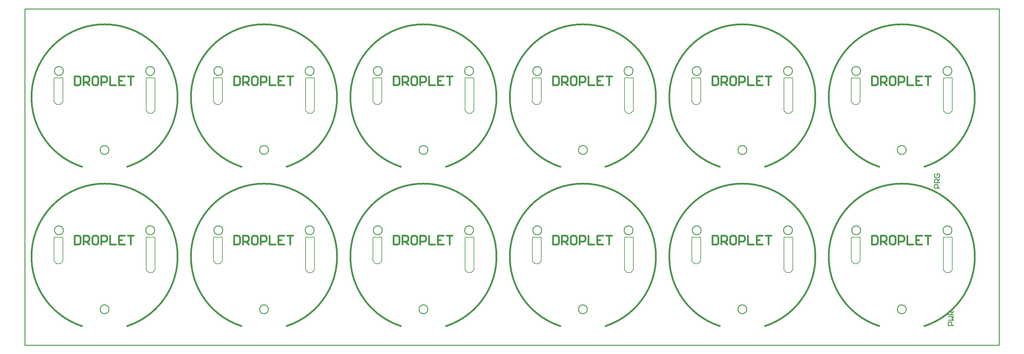
<source format=gto>
G04 Layer_Color=65535*
%FSLAX25Y25*%
%MOIN*%
G70*
G01*
G75*
%ADD11C,0.02000*%
%ADD20C,0.01000*%
%ADD21C,0.00787*%
D11*
X215494Y301538D02*
G03*
X164506Y301538I-25494J78462D01*
G01*
X395494Y121538D02*
G03*
X344506Y121538I-25494J78462D01*
G01*
X395494Y301538D02*
G03*
X344506Y301538I-25494J78462D01*
G01*
X575494Y121538D02*
G03*
X524506Y121538I-25494J78462D01*
G01*
X575494Y301538D02*
G03*
X524506Y301538I-25494J78462D01*
G01*
X755494Y121538D02*
G03*
X704506Y121538I-25494J78462D01*
G01*
X755494Y301538D02*
G03*
X704506Y301538I-25494J78462D01*
G01*
X935494Y121538D02*
G03*
X884506Y121538I-25494J78462D01*
G01*
X935494Y301538D02*
G03*
X884506Y301538I-25494J78462D01*
G01*
X1115494Y121538D02*
G03*
X1064506Y121538I-25494J78462D01*
G01*
X1115494Y301538D02*
G03*
X1064506Y301538I-25494J78462D01*
G01*
X215494Y121538D02*
G03*
X164506Y121538I-25494J78462D01*
G01*
X156427Y403497D02*
Y393500D01*
X161426D01*
X163092Y395166D01*
Y401831D01*
X161426Y403497D01*
X156427D01*
X166424Y393500D02*
Y403497D01*
X171422D01*
X173089Y401831D01*
Y398498D01*
X171422Y396832D01*
X166424D01*
X169756D02*
X173089Y393500D01*
X181419Y403497D02*
X178087D01*
X176421Y401831D01*
Y395166D01*
X178087Y393500D01*
X181419D01*
X183085Y395166D01*
Y401831D01*
X181419Y403497D01*
X186417Y393500D02*
Y403497D01*
X191416D01*
X193082Y401831D01*
Y398498D01*
X191416Y396832D01*
X186417D01*
X196414Y403497D02*
Y393500D01*
X203079D01*
X213076Y403497D02*
X206411D01*
Y393500D01*
X213076D01*
X206411Y398498D02*
X209743D01*
X216408Y403497D02*
X223072D01*
X219740D01*
Y393500D01*
X336427Y223497D02*
Y213500D01*
X341426D01*
X343092Y215166D01*
Y221831D01*
X341426Y223497D01*
X336427D01*
X346424Y213500D02*
Y223497D01*
X351422D01*
X353088Y221831D01*
Y218498D01*
X351422Y216832D01*
X346424D01*
X349756D02*
X353088Y213500D01*
X361419Y223497D02*
X358087D01*
X356421Y221831D01*
Y215166D01*
X358087Y213500D01*
X361419D01*
X363085Y215166D01*
Y221831D01*
X361419Y223497D01*
X366418Y213500D02*
Y223497D01*
X371416D01*
X373082Y221831D01*
Y218498D01*
X371416Y216832D01*
X366418D01*
X376414Y223497D02*
Y213500D01*
X383079D01*
X393076Y223497D02*
X386411D01*
Y213500D01*
X393076D01*
X386411Y218498D02*
X389743D01*
X396408Y223497D02*
X403072D01*
X399740D01*
Y213500D01*
X336427Y403497D02*
Y393500D01*
X341426D01*
X343092Y395166D01*
Y401831D01*
X341426Y403497D01*
X336427D01*
X346424Y393500D02*
Y403497D01*
X351422D01*
X353088Y401831D01*
Y398498D01*
X351422Y396832D01*
X346424D01*
X349756D02*
X353088Y393500D01*
X361419Y403497D02*
X358087D01*
X356421Y401831D01*
Y395166D01*
X358087Y393500D01*
X361419D01*
X363085Y395166D01*
Y401831D01*
X361419Y403497D01*
X366418Y393500D02*
Y403497D01*
X371416D01*
X373082Y401831D01*
Y398498D01*
X371416Y396832D01*
X366418D01*
X376414Y403497D02*
Y393500D01*
X383079D01*
X393076Y403497D02*
X386411D01*
Y393500D01*
X393076D01*
X386411Y398498D02*
X389743D01*
X396408Y403497D02*
X403072D01*
X399740D01*
Y393500D01*
X516427Y223497D02*
Y213500D01*
X521426D01*
X523092Y215166D01*
Y221831D01*
X521426Y223497D01*
X516427D01*
X526424Y213500D02*
Y223497D01*
X531422D01*
X533088Y221831D01*
Y218498D01*
X531422Y216832D01*
X526424D01*
X529756D02*
X533088Y213500D01*
X541419Y223497D02*
X538087D01*
X536421Y221831D01*
Y215166D01*
X538087Y213500D01*
X541419D01*
X543085Y215166D01*
Y221831D01*
X541419Y223497D01*
X546418Y213500D02*
Y223497D01*
X551416D01*
X553082Y221831D01*
Y218498D01*
X551416Y216832D01*
X546418D01*
X556414Y223497D02*
Y213500D01*
X563079D01*
X573076Y223497D02*
X566411D01*
Y213500D01*
X573076D01*
X566411Y218498D02*
X569743D01*
X576408Y223497D02*
X583072D01*
X579740D01*
Y213500D01*
X516427Y403497D02*
Y393500D01*
X521426D01*
X523092Y395166D01*
Y401831D01*
X521426Y403497D01*
X516427D01*
X526424Y393500D02*
Y403497D01*
X531422D01*
X533088Y401831D01*
Y398498D01*
X531422Y396832D01*
X526424D01*
X529756D02*
X533088Y393500D01*
X541419Y403497D02*
X538087D01*
X536421Y401831D01*
Y395166D01*
X538087Y393500D01*
X541419D01*
X543085Y395166D01*
Y401831D01*
X541419Y403497D01*
X546418Y393500D02*
Y403497D01*
X551416D01*
X553082Y401831D01*
Y398498D01*
X551416Y396832D01*
X546418D01*
X556414Y403497D02*
Y393500D01*
X563079D01*
X573076Y403497D02*
X566411D01*
Y393500D01*
X573076D01*
X566411Y398498D02*
X569743D01*
X576408Y403497D02*
X583072D01*
X579740D01*
Y393500D01*
X696427Y223497D02*
Y213500D01*
X701426D01*
X703092Y215166D01*
Y221831D01*
X701426Y223497D01*
X696427D01*
X706424Y213500D02*
Y223497D01*
X711422D01*
X713089Y221831D01*
Y218498D01*
X711422Y216832D01*
X706424D01*
X709756D02*
X713089Y213500D01*
X721419Y223497D02*
X718087D01*
X716421Y221831D01*
Y215166D01*
X718087Y213500D01*
X721419D01*
X723085Y215166D01*
Y221831D01*
X721419Y223497D01*
X726417Y213500D02*
Y223497D01*
X731416D01*
X733082Y221831D01*
Y218498D01*
X731416Y216832D01*
X726417D01*
X736414Y223497D02*
Y213500D01*
X743079D01*
X753076Y223497D02*
X746411D01*
Y213500D01*
X753076D01*
X746411Y218498D02*
X749743D01*
X756408Y223497D02*
X763072D01*
X759740D01*
Y213500D01*
X696427Y403497D02*
Y393500D01*
X701426D01*
X703092Y395166D01*
Y401831D01*
X701426Y403497D01*
X696427D01*
X706424Y393500D02*
Y403497D01*
X711422D01*
X713089Y401831D01*
Y398498D01*
X711422Y396832D01*
X706424D01*
X709756D02*
X713089Y393500D01*
X721419Y403497D02*
X718087D01*
X716421Y401831D01*
Y395166D01*
X718087Y393500D01*
X721419D01*
X723085Y395166D01*
Y401831D01*
X721419Y403497D01*
X726417Y393500D02*
Y403497D01*
X731416D01*
X733082Y401831D01*
Y398498D01*
X731416Y396832D01*
X726417D01*
X736414Y403497D02*
Y393500D01*
X743079D01*
X753076Y403497D02*
X746411D01*
Y393500D01*
X753076D01*
X746411Y398498D02*
X749743D01*
X756408Y403497D02*
X763072D01*
X759740D01*
Y393500D01*
X876427Y223497D02*
Y213500D01*
X881426D01*
X883092Y215166D01*
Y221831D01*
X881426Y223497D01*
X876427D01*
X886424Y213500D02*
Y223497D01*
X891422D01*
X893089Y221831D01*
Y218498D01*
X891422Y216832D01*
X886424D01*
X889756D02*
X893089Y213500D01*
X901419Y223497D02*
X898087D01*
X896421Y221831D01*
Y215166D01*
X898087Y213500D01*
X901419D01*
X903085Y215166D01*
Y221831D01*
X901419Y223497D01*
X906417Y213500D02*
Y223497D01*
X911416D01*
X913082Y221831D01*
Y218498D01*
X911416Y216832D01*
X906417D01*
X916414Y223497D02*
Y213500D01*
X923079D01*
X933076Y223497D02*
X926411D01*
Y213500D01*
X933076D01*
X926411Y218498D02*
X929743D01*
X936408Y223497D02*
X943072D01*
X939740D01*
Y213500D01*
X876427Y403497D02*
Y393500D01*
X881426D01*
X883092Y395166D01*
Y401831D01*
X881426Y403497D01*
X876427D01*
X886424Y393500D02*
Y403497D01*
X891422D01*
X893089Y401831D01*
Y398498D01*
X891422Y396832D01*
X886424D01*
X889756D02*
X893089Y393500D01*
X901419Y403497D02*
X898087D01*
X896421Y401831D01*
Y395166D01*
X898087Y393500D01*
X901419D01*
X903085Y395166D01*
Y401831D01*
X901419Y403497D01*
X906417Y393500D02*
Y403497D01*
X911416D01*
X913082Y401831D01*
Y398498D01*
X911416Y396832D01*
X906417D01*
X916414Y403497D02*
Y393500D01*
X923079D01*
X933076Y403497D02*
X926411D01*
Y393500D01*
X933076D01*
X926411Y398498D02*
X929743D01*
X936408Y403497D02*
X943072D01*
X939740D01*
Y393500D01*
X1056427Y223497D02*
Y213500D01*
X1061426D01*
X1063092Y215166D01*
Y221831D01*
X1061426Y223497D01*
X1056427D01*
X1066424Y213500D02*
Y223497D01*
X1071422D01*
X1073088Y221831D01*
Y218498D01*
X1071422Y216832D01*
X1066424D01*
X1069756D02*
X1073088Y213500D01*
X1081419Y223497D02*
X1078087D01*
X1076421Y221831D01*
Y215166D01*
X1078087Y213500D01*
X1081419D01*
X1083085Y215166D01*
Y221831D01*
X1081419Y223497D01*
X1086417Y213500D02*
Y223497D01*
X1091416D01*
X1093082Y221831D01*
Y218498D01*
X1091416Y216832D01*
X1086417D01*
X1096414Y223497D02*
Y213500D01*
X1103079D01*
X1113076Y223497D02*
X1106411D01*
Y213500D01*
X1113076D01*
X1106411Y218498D02*
X1109743D01*
X1116408Y223497D02*
X1123072D01*
X1119740D01*
Y213500D01*
X1056427Y403497D02*
Y393500D01*
X1061426D01*
X1063092Y395166D01*
Y401831D01*
X1061426Y403497D01*
X1056427D01*
X1066424Y393500D02*
Y403497D01*
X1071422D01*
X1073088Y401831D01*
Y398498D01*
X1071422Y396832D01*
X1066424D01*
X1069756D02*
X1073088Y393500D01*
X1081419Y403497D02*
X1078087D01*
X1076421Y401831D01*
Y395166D01*
X1078087Y393500D01*
X1081419D01*
X1083085Y395166D01*
Y401831D01*
X1081419Y403497D01*
X1086417Y393500D02*
Y403497D01*
X1091416D01*
X1093082Y401831D01*
Y398498D01*
X1091416Y396832D01*
X1086417D01*
X1096414Y403497D02*
Y393500D01*
X1103079D01*
X1113076Y403497D02*
X1106411D01*
Y393500D01*
X1113076D01*
X1106411Y398498D02*
X1109743D01*
X1116408Y403497D02*
X1123072D01*
X1119740D01*
Y393500D01*
X156427Y223497D02*
Y213500D01*
X161426D01*
X163092Y215166D01*
Y221831D01*
X161426Y223497D01*
X156427D01*
X166424Y213500D02*
Y223497D01*
X171422D01*
X173089Y221831D01*
Y218498D01*
X171422Y216832D01*
X166424D01*
X169756D02*
X173089Y213500D01*
X181419Y223497D02*
X178087D01*
X176421Y221831D01*
Y215166D01*
X178087Y213500D01*
X181419D01*
X183085Y215166D01*
Y221831D01*
X181419Y223497D01*
X186417Y213500D02*
Y223497D01*
X191416D01*
X193082Y221831D01*
Y218498D01*
X191416Y216832D01*
X186417D01*
X196414Y223497D02*
Y213500D01*
X203079D01*
X213076Y223497D02*
X206411D01*
Y213500D01*
X213076D01*
X206411Y218498D02*
X209743D01*
X216408Y223497D02*
X223072D01*
X219740D01*
Y213500D01*
D20*
X143472Y409750D02*
G03*
X143472Y409750I-5000J0D01*
G01*
X246529D02*
G03*
X246529Y409750I-5000J0D01*
G01*
X195000Y320500D02*
G03*
X195000Y320500I-5000J0D01*
G01*
X323471Y229750D02*
G03*
X323471Y229750I-5000J0D01*
G01*
X426529D02*
G03*
X426529Y229750I-5000J0D01*
G01*
X375000Y140500D02*
G03*
X375000Y140500I-5000J0D01*
G01*
X323471Y409750D02*
G03*
X323471Y409750I-5000J0D01*
G01*
X426529D02*
G03*
X426529Y409750I-5000J0D01*
G01*
X375000Y320500D02*
G03*
X375000Y320500I-5000J0D01*
G01*
X503472Y229750D02*
G03*
X503472Y229750I-5000J0D01*
G01*
X606529D02*
G03*
X606529Y229750I-5000J0D01*
G01*
X555000Y140500D02*
G03*
X555000Y140500I-5000J0D01*
G01*
X503472Y409750D02*
G03*
X503472Y409750I-5000J0D01*
G01*
X606529D02*
G03*
X606529Y409750I-5000J0D01*
G01*
X555000Y320500D02*
G03*
X555000Y320500I-5000J0D01*
G01*
X683471Y229750D02*
G03*
X683471Y229750I-5000J0D01*
G01*
X786529D02*
G03*
X786529Y229750I-5000J0D01*
G01*
X735000Y140500D02*
G03*
X735000Y140500I-5000J0D01*
G01*
X683471Y409750D02*
G03*
X683471Y409750I-5000J0D01*
G01*
X786529D02*
G03*
X786529Y409750I-5000J0D01*
G01*
X735000Y320500D02*
G03*
X735000Y320500I-5000J0D01*
G01*
X863472Y229750D02*
G03*
X863472Y229750I-5000J0D01*
G01*
X966529D02*
G03*
X966529Y229750I-5000J0D01*
G01*
X915000Y140500D02*
G03*
X915000Y140500I-5000J0D01*
G01*
X863472Y409750D02*
G03*
X863472Y409750I-5000J0D01*
G01*
X966529D02*
G03*
X966529Y409750I-5000J0D01*
G01*
X915000Y320500D02*
G03*
X915000Y320500I-5000J0D01*
G01*
X1043472Y229750D02*
G03*
X1043472Y229750I-5000J0D01*
G01*
X1146529D02*
G03*
X1146529Y229750I-5000J0D01*
G01*
X1095000Y140500D02*
G03*
X1095000Y140500I-5000J0D01*
G01*
X1043472Y409750D02*
G03*
X1043472Y409750I-5000J0D01*
G01*
X1146529D02*
G03*
X1146529Y409750I-5000J0D01*
G01*
X1095000Y320500D02*
G03*
X1095000Y320500I-5000J0D01*
G01*
X143472Y229750D02*
G03*
X143472Y229750I-5000J0D01*
G01*
X246529D02*
G03*
X246529Y229750I-5000J0D01*
G01*
X195000Y140500D02*
G03*
X195000Y140500I-5000J0D01*
G01*
X1200000Y100000D02*
Y480000D01*
X100000Y100000D02*
X1200000D01*
X100000D02*
Y480000D01*
X1200000D01*
X1132650Y277650D02*
X1126652D01*
Y280649D01*
X1127652Y281649D01*
X1129651D01*
X1130651Y280649D01*
Y277650D01*
X1132650Y283648D02*
X1126652D01*
Y286647D01*
X1127652Y287647D01*
X1129651D01*
X1130651Y286647D01*
Y283648D01*
Y285647D02*
X1132650Y287647D01*
X1127652Y293645D02*
X1126652Y292645D01*
Y290646D01*
X1127652Y289646D01*
X1131650D01*
X1132650Y290646D01*
Y292645D01*
X1131650Y293645D01*
X1129651D01*
Y291646D01*
X1148150Y122450D02*
X1142152D01*
Y125449D01*
X1143152Y126449D01*
X1145151D01*
X1146151Y125449D01*
Y122450D01*
X1142152Y128448D02*
X1148150D01*
X1146151Y130447D01*
X1148150Y132447D01*
X1142152D01*
X1148150Y134446D02*
X1142152D01*
Y137445D01*
X1143152Y138445D01*
X1145151D01*
X1146151Y137445D01*
Y134446D01*
Y136445D02*
X1148150Y138445D01*
D21*
X236999Y364961D02*
Y402008D01*
X246920Y364961D02*
Y402008D01*
X236999D02*
X246920D01*
X240030Y362008D02*
X243967D01*
X246920Y364961D01*
X236999D02*
X240030Y362008D01*
X139969Y371929D02*
X143000Y374961D01*
Y401929D01*
X133000Y374882D02*
X136032Y371929D01*
X139969D01*
X133000Y374882D02*
Y401929D01*
X143000D01*
X416999Y184961D02*
Y222008D01*
X426920Y184961D02*
Y222008D01*
X416999D02*
X426920D01*
X420030Y182008D02*
X423967D01*
X426920Y184961D01*
X416999D02*
X420030Y182008D01*
X319969Y191929D02*
X323000Y194961D01*
Y221929D01*
X313000Y194882D02*
X316032Y191929D01*
X319969D01*
X313000Y194882D02*
Y221929D01*
X323000D01*
X416999Y364961D02*
Y402008D01*
X426920Y364961D02*
Y402008D01*
X416999D02*
X426920D01*
X420030Y362008D02*
X423967D01*
X426920Y364961D01*
X416999D02*
X420030Y362008D01*
X319969Y371929D02*
X323000Y374961D01*
Y401929D01*
X313000Y374882D02*
X316032Y371929D01*
X319969D01*
X313000Y374882D02*
Y401929D01*
X323000D01*
X596999Y184961D02*
Y222008D01*
X606920Y184961D02*
Y222008D01*
X596999D02*
X606920D01*
X600030Y182008D02*
X603967D01*
X606920Y184961D01*
X596999D02*
X600030Y182008D01*
X499969Y191929D02*
X503000Y194961D01*
Y221929D01*
X493000Y194882D02*
X496032Y191929D01*
X499969D01*
X493000Y194882D02*
Y221929D01*
X503000D01*
X596999Y364961D02*
Y402008D01*
X606920Y364961D02*
Y402008D01*
X596999D02*
X606920D01*
X600030Y362008D02*
X603967D01*
X606920Y364961D01*
X596999D02*
X600030Y362008D01*
X499969Y371929D02*
X503000Y374961D01*
Y401929D01*
X493000Y374882D02*
X496032Y371929D01*
X499969D01*
X493000Y374882D02*
Y401929D01*
X503000D01*
X776999Y184961D02*
Y222008D01*
X786920Y184961D02*
Y222008D01*
X776999D02*
X786920D01*
X780030Y182008D02*
X783967D01*
X786920Y184961D01*
X776999D02*
X780030Y182008D01*
X679969Y191929D02*
X683000Y194961D01*
Y221929D01*
X673000Y194882D02*
X676032Y191929D01*
X679969D01*
X673000Y194882D02*
Y221929D01*
X683000D01*
X776999Y364961D02*
Y402008D01*
X786920Y364961D02*
Y402008D01*
X776999D02*
X786920D01*
X780030Y362008D02*
X783967D01*
X786920Y364961D01*
X776999D02*
X780030Y362008D01*
X679969Y371929D02*
X683000Y374961D01*
Y401929D01*
X673000Y374882D02*
X676032Y371929D01*
X679969D01*
X673000Y374882D02*
Y401929D01*
X683000D01*
X956999Y184961D02*
Y222008D01*
X966920Y184961D02*
Y222008D01*
X956999D02*
X966920D01*
X960030Y182008D02*
X963967D01*
X966920Y184961D01*
X956999D02*
X960030Y182008D01*
X859969Y191929D02*
X863000Y194961D01*
Y221929D01*
X853000Y194882D02*
X856032Y191929D01*
X859969D01*
X853000Y194882D02*
Y221929D01*
X863000D01*
X956999Y364961D02*
Y402008D01*
X966920Y364961D02*
Y402008D01*
X956999D02*
X966920D01*
X960030Y362008D02*
X963967D01*
X966920Y364961D01*
X956999D02*
X960030Y362008D01*
X859969Y371929D02*
X863000Y374961D01*
Y401929D01*
X853000Y374882D02*
X856032Y371929D01*
X859969D01*
X853000Y374882D02*
Y401929D01*
X863000D01*
X1136999Y184961D02*
Y222008D01*
X1146920Y184961D02*
Y222008D01*
X1136999D02*
X1146920D01*
X1140030Y182008D02*
X1143967D01*
X1146920Y184961D01*
X1136999D02*
X1140030Y182008D01*
X1039969Y191929D02*
X1043000Y194961D01*
Y221929D01*
X1033000Y194882D02*
X1036032Y191929D01*
X1039969D01*
X1033000Y194882D02*
Y221929D01*
X1043000D01*
X1136999Y364961D02*
Y402008D01*
X1146920Y364961D02*
Y402008D01*
X1136999D02*
X1146920D01*
X1140030Y362008D02*
X1143967D01*
X1146920Y364961D01*
X1136999D02*
X1140030Y362008D01*
X1039969Y371929D02*
X1043000Y374961D01*
Y401929D01*
X1033000Y374882D02*
X1036032Y371929D01*
X1039969D01*
X1033000Y374882D02*
Y401929D01*
X1043000D01*
X236999Y184961D02*
Y222008D01*
X246920Y184961D02*
Y222008D01*
X236999D02*
X246920D01*
X240030Y182008D02*
X243967D01*
X246920Y184961D01*
X236999D02*
X240030Y182008D01*
X139969Y191929D02*
X143000Y194961D01*
Y221929D01*
X133000Y194882D02*
X136032Y191929D01*
X139969D01*
X133000Y194882D02*
Y221929D01*
X143000D01*
M02*

</source>
